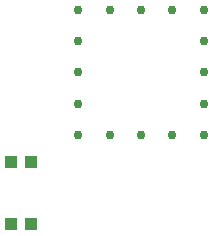
<source format=gbr>
G04 EAGLE Gerber RS-274X export*
G75*
%MOMM*%
%FSLAX34Y34*%
%LPD*%
%INSolderpaste Top*%
%IPPOS*%
%AMOC8*
5,1,8,0,0,1.08239X$1,22.5*%
G01*
%ADD10C,0.762000*%
%ADD11R,1.000000X1.100000*%


D10*
X223690Y202860D03*
X250190Y202860D03*
X276690Y202860D03*
X303190Y202860D03*
X303190Y176360D03*
X303190Y149860D03*
X303190Y123360D03*
X303190Y96860D03*
X276690Y96860D03*
X250190Y96860D03*
X223690Y96860D03*
X197190Y96860D03*
X197190Y123360D03*
X197190Y149860D03*
X197190Y176360D03*
X197190Y202860D03*
D11*
X140090Y73660D03*
X157090Y73660D03*
X140090Y21590D03*
X157090Y21590D03*
M02*

</source>
